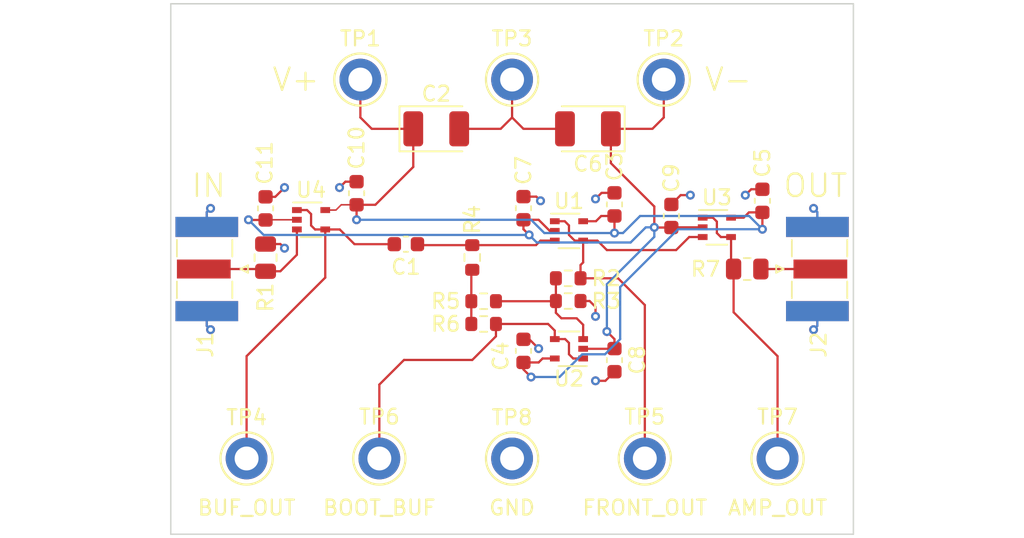
<source format=kicad_pcb>
(kicad_pcb (version 20211014) (generator pcbnew)
  (layers (0 "F.Cu" signal) (1 "In1.Cu" signal) (2 "In2.Cu" signal) (31 "B.Cu" signal) (34 "B.Paste" user) (35 "F.Paste" user) (36 "B.SilkS" user "B.Silkscreen") (37 "F.SilkS" user "F.Silkscreen") (38 "B.Mask" user) (39 "F.Mask" user) (44 "Edge.Cuts" user))
  (net 0 "")
  (net 1 "/BUF_OUT")
  (net 2 "/V+")
  (net 3 "GND")
  (net 4 "/V-")
  (net 5 "/FRONT_IN")
  (net 6 "Net-(J2-Pad1)")
  (net 7 "/FRONT_OUT")
  (net 8 "/BOOT_DIV")
  (net 9 "/BOOT")
  (net 10 "/BOOT_BUF")
  (net 11 "/AMP_OUT")
  (net 12 "Net-(J1-Pad1)")
  (footprint "Resistor_SMD:R_0603_1608Metric" (layer "F.Cu") (at 138.3792 98.666)
    (fp_text reference "R3" (at 2.54 0) (layer "F.SilkS"))
    (fp_text value "1Meg")
    (fp_line (start -0.237258 -0.5225) (end 0.237258 -0.5225) (layer "F.SilkS") (width 0.12))
    (fp_line (start -0.237258 0.5225) (end 0.237258 0.5225) (layer "F.SilkS") (width 0.12))
    (pad "1" smd roundrect (at -0.825 0) (size 0.8 0.95) (layers "F.Cu" "F.Paste" "F.Mask") (net 8 "/BOOT_DIV"))
    (pad "2" smd roundrect (at 0.825 0) (size 0.8 0.95) (layers "F.Cu" "F.Paste" "F.Mask") (net 3 "GND"))
  )
  (footprint "Capacitor_SMD:C_0603_1608Metric" (layer "F.Cu") (at 141.478 92.189 90)
    (fp_text reference "C3" (at 2.54 0 90) (layer "F.SilkS"))
    (fp_text value "100n")
    (fp_line (start -0.14058 0.51) (end 0.14058 0.51) (layer "F.SilkS") (width 0.12))
    (fp_line (start -0.14058 -0.51) (end 0.14058 -0.51) (layer "F.SilkS") (width 0.12))
    (pad "1" smd roundrect (at -0.775 0 90) (size 0.9 0.95) (layers "F.Cu" "F.Paste" "F.Mask") (net 2 "/V+"))
    (pad "2" smd roundrect (at 0.775 0 90) (size 0.9 0.95) (layers "F.Cu" "F.Paste" "F.Mask") (net 3 "GND"))
  )
  (footprint "Capacitor_SMD:C_0603_1608Metric" (layer "F.Cu") (at 124.206 91.44 90)
    (fp_text reference "C10" (at 3.048 0 90) (layer "F.SilkS"))
    (fp_text value "100n")
    (fp_line (start -0.14058 0.51) (end 0.14058 0.51) (layer "F.SilkS") (width 0.12))
    (fp_line (start -0.14058 -0.51) (end 0.14058 -0.51) (layer "F.SilkS") (width 0.12))
    (pad "1" smd roundrect (at -0.775 0 90) (size 0.9 0.95) (layers "F.Cu" "F.Paste" "F.Mask") (net 2 "/V+"))
    (pad "2" smd roundrect (at 0.775 0 90) (size 0.9 0.95) (layers "F.Cu" "F.Paste" "F.Mask") (net 3 "GND"))
  )
  (footprint "Capacitor_Tantalum_SMD:CP_EIA-3528-12_Kemet-T" (layer "F.Cu") (at 129.54 87.122)
    (fp_text reference "C2" (at 0 -2.35) (layer "F.SilkS"))
    (fp_text value "10u")
    (fp_line (start -2.46 -1.51) (end -2.46 1.51) (layer "F.SilkS") (width 0.12))
    (fp_line (start 1.75 -1.51) (end -2.46 -1.51) (layer "F.SilkS") (width 0.12))
    (fp_line (start -2.46 1.51) (end 1.75 1.51) (layer "F.SilkS") (width 0.12))
    (pad "1" smd roundrect (at -1.5375 0) (size 1.325 2.35) (layers "F.Cu" "F.Paste" "F.Mask") (roundrect_rratio 0.188679) (net 2 "/V+"))
    (pad "2" smd roundrect (at 1.5375 0) (size 1.325 2.35) (layers "F.Cu" "F.Paste" "F.Mask") (roundrect_rratio 0.188679) (net 3 "GND"))
  )
  (footprint "Capacitor_SMD:C_0603_1608Metric" (layer "F.Cu") (at 118.11 92.456 90)
    (fp_text reference "C11" (at 3.048 -0.054 90) (layer "F.SilkS"))
    (fp_text value "100n")
    (fp_line (start -0.14058 0.51) (end 0.14058 0.51) (layer "F.SilkS") (width 0.12))
    (fp_line (start -0.14058 -0.51) (end 0.14058 -0.51) (layer "F.SilkS") (width 0.12))
    (pad "1" smd roundrect (at -0.775 0 90) (size 0.9 0.95) (layers "F.Cu" "F.Paste" "F.Mask") (net 4 "/V-"))
    (pad "2" smd roundrect (at 0.775 0 90) (size 0.9 0.95) (layers "F.Cu" "F.Paste" "F.Mask") (net 3 "GND"))
  )
  (footprint "Resistor_SMD:R_0603_1608Metric" (layer "F.Cu") (at 132.715 100.203)
    (fp_text reference "R6" (at -2.54 0) (layer "F.SilkS"))
    (fp_text value "DNI")
    (fp_line (start -0.237258 0.5225) (end 0.237258 0.5225) (layer "F.SilkS") (width 0.12))
    (fp_line (start -0.237258 -0.5225) (end 0.237258 -0.5225) (layer "F.SilkS") (width 0.12))
    (pad "1" smd roundrect (at -0.825 0) (size 0.8 0.95) (layers "F.Cu" "F.Paste" "F.Mask") (net 9 "/BOOT"))
    (pad "2" smd roundrect (at 0.825 0) (size 0.8 0.95) (layers "F.Cu" "F.Paste" "F.Mask") (net 10 "/BOOT_BUF"))
  )
  (footprint "Capacitor_SMD:C_0603_1608Metric" (layer "F.Cu") (at 145.288 92.964 90)
    (fp_text reference "C9" (at 2.54 0 90) (layer "F.SilkS"))
    (fp_text value "100n")
    (fp_line (start -0.14058 -0.51) (end 0.14058 -0.51) (layer "F.SilkS") (width 0.12))
    (fp_line (start -0.14058 0.51) (end 0.14058 0.51) (layer "F.SilkS") (width 0.12))
    (pad "1" smd roundrect (at -0.775 0 90) (size 0.9 0.95) (layers "F.Cu" "F.Paste" "F.Mask") (net 4 "/V-"))
    (pad "2" smd roundrect (at 0.775 0 90) (size 0.9 0.95) (layers "F.Cu" "F.Paste" "F.Mask") (net 3 "GND"))
  )
  (footprint "Capacitor_SMD:C_0603_1608Metric" (layer "F.Cu") (at 135.382 92.443 90)
    (fp_text reference "C7" (at 2.54 0 90) (layer "F.SilkS"))
    (fp_text value "100n")
    (fp_line (start -0.14058 0.51) (end 0.14058 0.51) (layer "F.SilkS") (width 0.12))
    (fp_line (start -0.14058 -0.51) (end 0.14058 -0.51) (layer "F.SilkS") (width 0.12))
    (pad "1" smd roundrect (at -0.775 0 90) (size 0.9 0.95) (layers "F.Cu" "F.Paste" "F.Mask") (net 4 "/V-"))
    (pad "2" smd roundrect (at 0.775 0 90) (size 0.9 0.95) (layers "F.Cu" "F.Paste" "F.Mask") (net 3 "GND"))
  )
  (footprint "Package_TO_SOT_SMD:SOT-353_SC-70-5" (layer "F.Cu") (at 121.158 93.218)
    (fp_text reference "U4" (at 0 -2) (layer "F.SilkS"))
    (fp_text value "OPA810")
    (fp_line (start -0.7 1.16) (end 0.7 1.16) (layer "F.SilkS") (width 0.12))
    (fp_line (start 0.7 -1.16) (end -1.2 -1.16) (layer "F.SilkS") (width 0.12))
    (pad "1" smd rect (at -0.95 -0.65) (size 0.65 0.4) (layers "F.Cu" "F.Paste" "F.Mask") (net 1 "/BUF_OUT"))
    (pad "2" smd rect (at -0.95 0) (size 0.65 0.4) (layers "F.Cu" "F.Paste" "F.Mask") (net 4 "/V-"))
    (pad "3" smd rect (at -0.95 0.65) (size 0.65 0.4) (layers "F.Cu" "F.Paste" "F.Mask") (net 12 "Net-(J1-Pad1)"))
    (pad "4" smd rect (at 0.95 0.65) (size 0.65 0.4) (layers "F.Cu" "F.Paste" "F.Mask") (net 1 "/BUF_OUT"))
    (pad "5" smd rect (at 0.95 -0.65) (size 0.65 0.4) (layers "F.Cu" "F.Paste" "F.Mask") (net 2 "/V+"))
  )
  (footprint "Package_TO_SOT_SMD:SOT-353_SC-70-5" (layer "F.Cu") (at 138.43 101.867 180)
    (fp_text reference "U2" (at 0 -2 180) (layer "F.SilkS"))
    (fp_text value "OPA810")
    (fp_line (start -0.7 1.16) (end 0.7 1.16) (layer "F.SilkS") (width 0.12))
    (fp_line (start 0.7 -1.16) (end -1.2 -1.16) (layer "F.SilkS") (width 0.12))
    (pad "1" smd rect (at -0.95 -0.65 180) (size 0.65 0.4) (layers "F.Cu" "F.Paste" "F.Mask") (net 10 "/BOOT_BUF"))
    (pad "2" smd rect (at -0.95 0 180) (size 0.65 0.4) (layers "F.Cu" "F.Paste" "F.Mask") (net 4 "/V-"))
    (pad "3" smd rect (at -0.95 0.65 180) (size 0.65 0.4) (layers "F.Cu" "F.Paste" "F.Mask") (net 8 "/BOOT_DIV"))
    (pad "4" smd rect (at 0.95 0.65 180) (size 0.65 0.4) (layers "F.Cu" "F.Paste" "F.Mask") (net 10 "/BOOT_BUF"))
    (pad "5" smd rect (at 0.95 -0.65 180) (size 0.65 0.4) (layers "F.Cu" "F.Paste" "F.Mask") (net 2 "/V+"))
  )
  (footprint "TestPoint:TestPoint_Keystone_5005-5009_Compact" (layer "F.Cu") (at 152.4 109.22)
    (fp_text reference "TP7" (at 0 -2.794) (layer "F.SilkS"))
    (fp_text value "?")
    (fp_circle (center 0 0) (end 1.75 0) (layer "F.SilkS") (width 0.15) (fill none))
    (pad "1" thru_hole circle (at 0 0) (size 2.8 2.8) (drill 1.6) (layers *.Cu *.Mask) (net 11 "/AMP_OUT"))
  )
  (footprint "Resistor_SMD:R_0603_1608Metric" (layer "F.Cu") (at 138.3792 97.142 180)
    (fp_text reference "R2" (at -2.54 0) (layer "F.SilkS"))
    (fp_text value "1k")
    (fp_line (start -0.237258 0.5225) (end 0.237258 0.5225) (layer "F.SilkS") (width 0.12))
    (fp_line (start -0.237258 -0.5225) (end 0.237258 -0.5225) (layer "F.SilkS") (width 0.12))
    (pad "1" smd roundrect (at -0.825 0 180) (size 0.8 0.95) (layers "F.Cu" "F.Paste" "F.Mask") (net 7 "/FRONT_OUT"))
    (pad "2" smd roundrect (at 0.825 0 180) (size 0.8 0.95) (layers "F.Cu" "F.Paste" "F.Mask") (net 8 "/BOOT_DIV"))
  )
  (footprint "TestPoint:TestPoint_Keystone_5005-5009_Compact" (layer "F.Cu") (at 124.46 83.82)
    (fp_text reference "TP1" (at 0 -2.75) (layer "F.SilkS"))
    (fp_text value "V+")
    (fp_circle (center 0 0) (end 1.75 0) (layer "F.SilkS") (width 0.15) (fill none))
    (pad "1" thru_hole circle (at 0 0) (size 2.8 2.8) (drill 1.6) (layers *.Cu *.Mask) (net 2 "/V+"))
  )
  (footprint "TestPoint:TestPoint_Keystone_5005-5009_Compact" (layer "F.Cu") (at 125.73 109.22)
    (fp_text reference "TP6" (at 0 -2.794) (layer "F.SilkS"))
    (fp_text value "?")
    (fp_circle (center 0 0) (end 1.75 0) (layer "F.SilkS") (width 0.15) (fill none))
    (pad "1" thru_hole circle (at 0 0) (size 2.8 2.8) (drill 1.6) (layers *.Cu *.Mask) (net 10 "/BOOT_BUF"))
  )
  (footprint "Capacitor_Tantalum_SMD:CP_EIA-3528-12_Kemet-T" (layer "F.Cu") (at 139.7 87.122 180)
    (fp_text reference "C6" (at 0 -2.35 180) (layer "F.SilkS"))
    (fp_text value "10u")
    (fp_line (start -2.46 1.51) (end 1.75 1.51) (layer "F.SilkS") (width 0.12))
    (fp_line (start -2.46 -1.51) (end -2.46 1.51) (layer "F.SilkS") (width 0.12))
    (fp_line (start 1.75 -1.51) (end -2.46 -1.51) (layer "F.SilkS") (width 0.12))
    (pad "1" smd roundrect (at -1.5375 0 180) (size 1.325 2.35) (layers "F.Cu" "F.Paste" "F.Mask") (roundrect_rratio 0.188679) (net 4 "/V-"))
    (pad "2" smd roundrect (at 1.5375 0 180) (size 1.325 2.35) (layers "F.Cu" "F.Paste" "F.Mask") (roundrect_rratio 0.188679) (net 3 "GND"))
  )
  (footprint "Resistor_SMD:R_0603_1608Metric" (layer "F.Cu") (at 132.715 98.679)
    (fp_text reference "R5" (at -2.54 0) (layer "F.SilkS"))
    (fp_text value "DNI")
    (fp_line (start -0.237258 0.5225) (end 0.237258 0.5225) (layer "F.SilkS") (width 0.12))
    (fp_line (start -0.237258 -0.5225) (end 0.237258 -0.5225) (layer "F.SilkS") (width 0.12))
    (pad "1" smd roundrect (at -0.825 0) (size 0.8 0.95) (layers "F.Cu" "F.Paste" "F.Mask") (net 9 "/BOOT"))
    (pad "2" smd roundrect (at 0.825 0) (size 0.8 0.95) (layers "F.Cu" "F.Paste" "F.Mask") (net 8 "/BOOT_DIV"))
  )
  (footprint "Capacitor_SMD:C_0603_1608Metric" (layer "F.Cu") (at 141.478 102.629 -90)
    (fp_text reference "C8" (at -0.013 -1.524 90) (layer "F.SilkS"))
    (fp_text value "100n")
    (fp_line (start -0.14058 -0.51) (end 0.14058 -0.51) (layer "F.SilkS") (width 0.12))
    (fp_line (start -0.14058 0.51) (end 0.14058 0.51) (layer "F.SilkS") (width 0.12))
    (pad "1" smd roundrect (at -0.775 0 270) (size 0.9 0.95) (layers "F.Cu" "F.Paste" "F.Mask") (net 4 "/V-"))
    (pad "2" smd roundrect (at 0.775 0 270) (size 0.9 0.95) (layers "F.Cu" "F.Paste" "F.Mask") (net 3 "GND"))
  )
  (footprint "Resistor_SMD:R_0603_1608Metric" (layer "F.Cu") (at 131.953 95.745 -90)
    (fp_text reference "R4" (at -2.54 0 90) (layer "F.SilkS"))
    (fp_text value "1Meg")
    (fp_line (start -0.237258 -0.5225) (end 0.237258 -0.5225) (layer "F.SilkS") (width 0.12))
    (fp_line (start -0.237258 0.5225) (end 0.237258 0.5225) (layer "F.SilkS") (width 0.12))
    (pad "1" smd roundrect (at -0.825 0 270) (size 0.8 0.95) (layers "F.Cu" "F.Paste" "F.Mask") (net 5 "/FRONT_IN"))
    (pad "2" smd roundrect (at 0.825 0 270) (size 0.8 0.95) (layers "F.Cu" "F.Paste" "F.Mask") (net 9 "/BOOT"))
  )
  (footprint "Resistor_SMD:R_0805_2012Metric" (layer "F.Cu") (at 118.11 95.758 90)
    (fp_text reference "R1" (at -2.667 0 90) (layer "F.SilkS"))
    (fp_text value "50")
    (fp_line (start -0.227064 0.735) (end 0.227064 0.735) (layer "F.SilkS") (width 0.12))
    (fp_line (start -0.227064 -0.735) (end 0.227064 -0.735) (layer "F.SilkS") (width 0.12))
    (pad "1" smd roundrect (at -0.9125 0 90) (size 1.025 1.4) (layers "F.Cu" "F.Paste" "F.Mask") (roundrect_rratio 0.243902) (net 12 "Net-(J1-Pad1)"))
    (pad "2" smd roundrect (at 0.9125 0 90) (size 1.025 1.4) (layers "F.Cu" "F.Paste" "F.Mask") (roundrect_rratio 0.243902) (net 3 "GND"))
  )
  (footprint "Capacitor_SMD:C_0603_1608Metric" (layer "F.Cu") (at 135.382 102.007 90)
    (fp_text reference "C4" (at -0.355 -1.524 90) (layer "F.SilkS"))
    (fp_text value "100n")
    (fp_line (start -0.14058 -0.51) (end 0.14058 -0.51) (layer "F.SilkS") (width 0.12))
    (fp_line (start -0.14058 0.51) (end 0.14058 0.51) (layer "F.SilkS") (width 0.12))
    (pad "1" smd roundrect (at -0.775 0 90) (size 0.9 0.95) (layers "F.Cu" "F.Paste" "F.Mask") (net 2 "/V+"))
    (pad "2" smd roundrect (at 0.775 0 90) (size 0.9 0.95) (layers "F.Cu" "F.Paste" "F.Mask") (net 3 "GND"))
  )
  (footprint "Capacitor_SMD:C_0603_1608Metric" (layer "F.Cu") (at 151.384 91.948 90)
    (fp_text reference "C5" (at 2.54 0 90) (layer "F.SilkS"))
    (fp_text value "100n")
    (fp_line (start -0.14058 -0.51) (end 0.14058 -0.51) (layer "F.SilkS") (width 0.12))
    (fp_line (start -0.14058 0.51) (end 0.14058 0.51) (layer "F.SilkS") (width 0.12))
    (pad "1" smd roundrect (at -0.775 0 90) (size 0.9 0.95) (layers "F.Cu" "F.Paste" "F.Mask") (net 2 "/V+"))
    (pad "2" smd roundrect (at 0.775 0 90) (size 0.9 0.95) (layers "F.Cu" "F.Paste" "F.Mask") (net 3 "GND"))
  )
  (footprint "TestPoint:TestPoint_Keystone_5005-5009_Compact" (layer "F.Cu") (at 134.62 83.82)
    (fp_text reference "TP3" (at 0 -2.75) (layer "F.SilkS"))
    (fp_text value "GND")
    (fp_circle (center 0 0) (end 1.75 0) (layer "F.SilkS") (width 0.15) (fill none))
    (pad "1" thru_hole circle (at 0 0) (size 2.8 2.8) (drill 1.6) (layers *.Cu *.Mask) (net 3 "GND"))
  )
  (footprint "Connector_Coaxial:SMA_Samtec_SMA-J-P-X-ST-EM1_EdgeMount" (layer "F.Cu") (at 155.067 96.52 90)
    (fp_text reference "J2" (at -5.08 0.0905 90) (layer "F.SilkS"))
    (fp_text value "Conn_Coaxial")
    (fp_line (start -0.25 -2.76) (end 0 -2.26) (layer "F.SilkS") (width 0.12))
    (fp_line (start 0.84 2) (end 1.95 2) (layer "F.SilkS") (width 0.12))
    (fp_line (start -1.95 2) (end -0.84 2) (layer "F.SilkS") (width 0.12))
    (fp_line (start -1.95 -1.71) (end -0.84 -1.71) (layer "F.SilkS") (width 0.12))
    (fp_line (start 0 -2.26) (end 0.25 -2.76) (layer "F.SilkS") (width 0.12))
    (fp_line (start 0.84 -1.71) (end 1.95 -1.71) (layer "F.SilkS") (width 0.12))
    (fp_line (start 0.25 -2.76) (end -0.25 -2.76) (layer "F.SilkS") (width 0.12))
    (pad "1" smd rect (at 0 0.2 90) (size 1.27 3.6) (layers "F.Cu" "F.Paste" "F.Mask") (net 6 "Net-(J2-Pad1)"))
    (pad "2" smd rect (at -2.825 0 90) (size 1.35 4.2) (layers "F.Cu" "F.Paste" "F.Mask") (net 3 "GND"))
    (pad "2" smd rect (at 2.825 0 90) (size 1.35 4.2) (layers "F.Cu" "F.Paste" "F.Mask") (net 3 "GND"))
    (pad "2" smd rect (at -2.825 0 90) (size 1.35 4.2) (layers "B.Cu" "B.Paste" "B.Mask") (net 3 "GND"))
    (pad "2" smd rect (at 2.825 0 90) (size 1.35 4.2) (layers "B.Cu" "B.Paste" "B.Mask") (net 3 "GND"))
  )
  (footprint "Connector_Coaxial:SMA_Samtec_SMA-J-P-X-ST-EM1_EdgeMount" (layer "F.Cu") (at 114.173 96.52 -90)
    (fp_text reference "J1" (at 5.08 0.0905 -270) (layer "F.SilkS"))
    (fp_text value "Conn_Coaxial")
    (fp_line (start -1.95 -1.71) (end -0.84 -1.71) (layer "F.SilkS") (width 0.12))
    (fp_line (start 0.84 -1.71) (end 1.95 -1.71) (layer "F.SilkS") (width 0.12))
    (fp_line (start -1.95 2) (end -0.84 2) (layer "F.SilkS") (width 0.12))
    (fp_line (start 0.84 2) (end 1.95 2) (layer "F.SilkS") (width 0.12))
    (fp_line (start -0.25 -2.76) (end 0 -2.26) (layer "F.SilkS") (width 0.12))
    (fp_line (start 0.25 -2.76) (end -0.25 -2.76) (layer "F.SilkS") (width 0.12))
    (fp_line (start 0 -2.26) (end 0.25 -2.76) (layer "F.SilkS") (width 0.12))
    (pad "1" smd rect (at 0 0.2 270) (size 1.27 3.6) (layers "F.Cu" "F.Paste" "F.Mask") (net 12 "Net-(J1-Pad1)"))
    (pad "2" smd rect (at 2.825 0 270) (size 1.35 4.2) (layers "F.Cu" "F.Paste" "F.Mask") (net 3 "GND"))
    (pad "2" smd rect (at -2.825 0 270) (size 1.35 4.2) (layers "B.Cu" "B.Paste" "B.Mask") (net 3 "GND"))
    (pad "2" smd rect (at -2.825 0 270) (size 1.35 4.2) (layers "F.Cu" "F.Paste" "F.Mask") (net 3 "GND"))
    (pad "2" smd rect (at 2.825 0 270) (size 1.35 4.2) (layers "B.Cu" "B.Paste" "B.Mask") (net 3 "GND"))
  )
  (footprint "TestPoint:TestPoint_Keystone_5005-5009_Compact" (layer "F.Cu") (at 144.78 83.82)
    (fp_text reference "TP2" (at 0 -2.75) (layer "F.SilkS"))
    (fp_text value "V-")
    (fp_circle (center 0 0) (end 1.75 0) (layer "F.SilkS") (width 0.15) (fill none))
    (pad "1" thru_hole circle (at 0 0) (size 2.8 2.8) (drill 1.6) (layers *.Cu *.Mask) (net 4 "/V-"))
  )
  (footprint "TestPoint:TestPoint_Keystone_5005-5009_Compact" (layer "F.Cu") (at 116.84 109.22)
    (fp_text reference "TP4" (at 0 -2.75) (layer "F.SilkS"))
    (fp_text value "?")
    (fp_circle (center 0 0) (end 1.75 0) (layer "F.SilkS") (width 0.15) (fill none))
    (pad "1" thru_hole circle (at 0 0) (size 2.8 2.8) (drill 1.6) (layers *.Cu *.Mask) (net 1 "/BUF_OUT"))
  )
  (footprint "TestPoint:TestPoint_Keystone_5005-5009_Compact" (layer "F.Cu") (at 134.62 109.22)
    (fp_text reference "TP8" (at 0 -2.75) (layer "F.SilkS"))
    (fp_text value "GND")
    (fp_circle (center 0 0) (end 1.75 0) (layer "F.SilkS") (width 0.15) (fill none))
    (pad "1" thru_hole circle (at 0 0) (size 2.8 2.8) (drill 1.6) (layers *.Cu *.Mask) (net 3 "GND"))
  )
  (footprint "TestPoint:TestPoint_Keystone_5005-5009_Compact" (layer "F.Cu") (at 143.51 109.22)
    (fp_text reference "TP5" (at 0 -2.794) (layer "F.SilkS"))
    (fp_text value "?")
    (fp_circle (center 0 0) (end 1.75 0) (layer "F.SilkS") (width 0.15) (fill none))
    (pad "1" thru_hole circle (at 0 0) (size 2.8 2.8) (drill 1.6) (layers *.Cu *.Mask) (net 7 "/FRONT_OUT"))
  )
  (footprint "Capacitor_SMD:C_0603_1608Metric" (layer "F.Cu") (at 127.508 94.856 180)
    (fp_text reference "C1" (at 0 -1.524) (layer "F.SilkS"))
    (fp_text value "100p/NP0/1%")
    (fp_line (start -0.14058 0.51) (end 0.14058 0.51) (layer "F.SilkS") (width 0.12))
    (fp_line (start -0.14058 -0.51) (end 0.14058 -0.51) (layer "F.SilkS") (width 0.12))
    (pad "1" smd roundrect (at -0.775 0 180) (size 0.9 0.95) (layers "F.Cu" "F.Paste" "F.Mask") (net 5 "/FRONT_IN"))
    (pad "2" smd roundrect (at 0.775 0 180) (size 0.9 0.95) (layers "F.Cu" "F.Paste" "F.Mask") (net 1 "/BUF_OUT"))
  )
  (footprint "Package_TO_SOT_SMD:SOT-353_SC-70-5" (layer "F.Cu") (at 138.43 93.967)
    (fp_text reference "U1" (at 0 -2) (layer "F.SilkS"))
    (fp_text value "OPA810")
    (fp_line (start -0.7 1.16) (end 0.7 1.16) (layer "F.SilkS") (width 0.12))
    (fp_line (start 0.7 -1.16) (end -1.2 -1.16) (layer "F.SilkS") (width 0.12))
    (pad "1" smd rect (at -0.95 -0.65) (size 0.65 0.4) (layers "F.Cu" "F.Paste" "F.Mask") (net 7 "/FRONT_OUT"))
    (pad "2" smd rect (at -0.95 0) (size 0.65 0.4) (layers "F.Cu" "F.Paste" "F.Mask") (net 4 "/V-"))
    (pad "3" smd rect (at -0.95 0.65) (size 0.65 0.4) (layers "F.Cu" "F.Paste" "F.Mask") (net 5 "/FRONT_IN"))
    (pad "4" smd rect (at 0.95 0.65) (size 0.65 0.4) (layers "F.Cu" "F.Paste" "F.Mask") (net 7 "/FRONT_OUT"))
    (pad "5" smd rect (at 0.95 -0.65) (size 0.65 0.4) (layers "F.Cu" "F.Paste" "F.Mask") (net 2 "/V+"))
  )
  (footprint "Resistor_SMD:R_0805_2012Metric" (layer "F.Cu") (at 150.368 96.52)
    (fp_text reference "R7" (at -2.794 0) (layer "F.SilkS"))
    (fp_text value "50")
    (fp_line (start -0.227064 0.735) (end 0.227064 0.735) (layer "F.SilkS") (width 0.12))
    (fp_line (start -0.227064 -0.735) (end 0.227064 -0.735) (layer "F.SilkS") (width 0.12))
    (pad "1" smd roundrect (at -0.9125 0) (size 1.025 1.4) (layers "F.Cu" "F.Paste" "F.Mask") (roundrect_rratio 0.243902) (net 11 "/AMP_OUT"))
    (pad "2" smd roundrect (at 0.9125 0) (size 1.025 1.4) (layers "F.Cu" "F.Paste" "F.Mask") (roundrect_rratio 0.243902) (net 6 "Net-(J2-Pad1)"))
  )
  (footprint "Package_TO_SOT_SMD:SOT-353_SC-70-5" (layer "F.Cu") (at 148.336 93.726)
    (fp_text reference "U3" (at 0 -2) (layer "F.SilkS"))
    (fp_text value "OPA810")
    (fp_line (start -0.7 1.16) (end 0.7 1.16) (layer "F.SilkS") (width 0.12))
    (fp_line (start 0.7 -1.16) (end -1.2 -1.16) (layer "F.SilkS") (width 0.12))
    (pad "1" smd rect (at -0.95 -0.65) (size 0.65 0.4) (layers "F.Cu" "F.Paste" "F.Mask") (net 11 "/AMP_OUT"))
    (pad "2" smd rect (at -0.95 0) (size 0.65 0.4) (layers "F.Cu" "F.Paste" "F.Mask") (net 4 "/V-"))
    (pad "3" smd rect (at -0.95 0.65) (size 0.65 0.4) (layers "F.Cu" "F.Paste" "F.Mask") (net 7 "/FRONT_OUT"))
    (pad "4" smd rect (at 0.95 0.65) (size 0.65 0.4) (layers "F.Cu" "F.Paste" "F.Mask") (net 11 "/AMP_OUT"))
    (pad "5" smd rect (at 0.95 -0.65) (size 0.65 0.4) (layers "F.Cu" "F.Paste" "F.Mask") (net 2 "/V+"))
  )
  (gr_rect (start 111.76 78.74) (end 157.48 114.3) (layer "Edge.Cuts") (width 0.1) (fill none))
  (gr_text "GND" (at 134.62 112.522) (layer "F.SilkS") (effects (font (size 1 1))))
  (gr_text "BUF_OUT" (at 116.84 112.522) (layer "F.SilkS") (effects (font (size 1 1))))
  (gr_text "V-" (at 149.098 83.82) (layer "F.SilkS") (effects (font (size 1.5 1.5))))
  (gr_text "BOOT_BUF" (at 125.73 112.522) (layer "F.SilkS") (effects (font (size 1 1))))
  (gr_text "OUT" (at 154.94 90.932) (layer "F.SilkS") (effects (font (size 1.5 1.5))))
  (gr_text "FRONT_OUT" (at 143.51 112.522) (layer "F.SilkS") (effects (font (size 1 1))))
  (gr_text "AMP_OUT" (at 152.4 112.522) (layer "F.SilkS") (effects (font (size 1 1))))
  (gr_text "V+" (at 120.142 83.82) (layer "F.SilkS") (effects (font (size 1.5 1.5))))
  (gr_text "IN" (at 114.3 90.932) (layer "F.SilkS") (effects (font (size 1.5 1.5))))
  (segment (start 116.84 102.362) (end 116.84 109.22) (width 0.15) (layer "F.Cu") (net 1))
  (segment (start 121.427 93.868) (end 122.108 93.868) (width 0.15) (layer "F.Cu") (net 1))
  (segment (start 124.066 94.856) (end 123.078 93.868) (width 0.15) (layer "F.Cu") (net 1))
  (segment (start 123.078 93.868) (end 122.108 93.868) (width 0.15) (layer "F.Cu") (net 1))
  (segment (start 120.889 92.568) (end 121.158 92.837) (width 0.15) (layer "F.Cu") (net 1))
  (segment (start 126.733 94.856) (end 124.066 94.856) (width 0.15) (layer "F.Cu") (net 1))
  (segment (start 121.158 93.599) (end 121.427 93.868) (width 0.15) (layer "F.Cu") (net 1))
  (segment (start 122.108 97.094) (end 116.84 102.362) (width 0.15) (layer "F.Cu") (net 1))
  (segment (start 122.108 93.868) (end 122.108 97.094) (width 0.15) (layer "F.Cu") (net 1))
  (segment (start 120.208 92.568) (end 120.889 92.568) (width 0.15) (layer "F.Cu") (net 1))
  (segment (start 121.158 92.837) (end 121.158 93.599) (width 0.15) (layer "F.Cu") (net 1))
  (segment (start 124.46 83.82) (end 124.46 86.36) (width 0.15) (layer "F.Cu") (net 2))
  (segment (start 149.286 93.076) (end 150.129 93.076) (width 0.15) (layer "F.Cu") (net 2))
  (segment (start 123.177 92.215) (end 122.824 92.568) (width 0.1) (layer "F.Cu") (net 2))
  (segment (start 124.46 86.36) (end 125.222 87.122) (width 0.15) (layer "F.Cu") (net 2))
  (segment (start 140.236 93.317) (end 140.589 92.964) (width 0.15) (layer "F.Cu") (net 2))
  (segment (start 125.463 92.215) (end 124.206 92.215) (width 0.15) (layer "F.Cu") (net 2))
  (segment (start 151.384 92.723) (end 151.384 93.853) (width 0.15) (layer "F.Cu") (net 2))
  (segment (start 135.382 103.251) (end 135.382 102.782) (width 0.15) (layer "F.Cu") (net 2))
  (segment (start 125.222 87.122) (end 128.0025 87.122) (width 0.15) (layer "F.Cu") (net 2))
  (segment (start 136.398 102.782) (end 136.663 102.517) (width 0.15) (layer "F.Cu") (net 2))
  (segment (start 124.206 92.215) (end 124.206 93.218) (width 0.15) (layer "F.Cu") (net 2))
  (segment (start 122.824 92.568) (end 122.108 92.568) (width 0.1) (layer "F.Cu") (net 2))
  (segment (start 128.0025 87.122) (end 128.0025 89.6755) (width 0.15) (layer "F.Cu") (net 2))
  (segment (start 140.589 92.964) (end 141.478 92.964) (width 0.15) (layer "F.Cu") (net 2))
  (segment (start 136.663 102.517) (end 137.48 102.517) (width 0.15) (layer "F.Cu") (net 2))
  (segment (start 141.478 92.964) (end 141.478 94.107) (width 0.15) (layer "F.Cu") (net 2))
  (segment (start 150.129 93.076) (end 150.482 92.723) (width 0.15) (layer "F.Cu") (net 2))
  (segment (start 139.38 93.317) (end 140.236 93.317) (width 0.15) (layer "F.Cu") (net 2))
  (segment (start 124.206 92.215) (end 123.177 92.215) (width 0.1) (layer "F.Cu") (net 2))
  (segment (start 136.398 102.782) (end 135.382 102.782) (width 0.15) (layer "F.Cu") (net 2))
  (segment (start 128.0025 89.6755) (end 125.463 92.215) (width 0.15) (layer "F.Cu") (net 2))
  (segment (start 150.482 92.723) (end 151.384 92.723) (width 0.15) (layer "F.Cu") (net 2))
  (segment (start 135.382 103.251) (end 135.89 103.759) (width 0.15) (layer "F.Cu") (net 2))
  (via (at 151.384 93.853) (size 0.6) (drill 0.3) (layers "F.Cu" "B.Cu") (net 2))
  (via (at 124.206 93.218) (size 0.6) (drill 0.3) (layers "F.Cu" "B.Cu") (net 2))
  (via (at 141.478 94.107) (size 0.6) (drill 0.3) (layers "F.Cu" "B.Cu") (net 2))
  (via (at 135.89 103.759) (size 0.6) (drill 0.3) (layers "F.Cu" "B.Cu") (net 2))
  (segment (start 141.859 97.7265) (end 145.7325 93.853) (width 0.15) (layer "B.Cu") (net 2))
  (segment (start 140.843 102.235) (end 141.859 101.219) (width 0.15) (layer "B.Cu") (net 2))
  (segment (start 143.1925 92.964) (end 150.495 92.964) (width 0.15) (layer "B.Cu") (net 2))
  (segment (start 141.478 94.107) (end 142.0495 94.107) (width 0.15) (layer "B.Cu") (net 2))
  (segment (start 139.319 102.235) (end 140.843 102.235) (width 0.15) (layer "B.Cu") (net 2))
  (segment (start 141.478 94.107) (end 136.779 94.107) (width 0.15) (layer "B.Cu") (net 2))
  (segment (start 135.89 103.759) (end 137.795 103.759) (width 0.15) (layer "B.Cu") (net 2))
  (segment (start 136.779 94.107) (end 135.89 93.218) (width 0.15) (layer "B.Cu") (net 2))
  (segment (start 145.7325 93.853) (end 151.384 93.853) (width 0.15) (layer "B.Cu") (net 2))
  (segment (start 142.0495 94.107) (end 143.1925 92.964) (width 0.15) (layer "B.Cu") (net 2))
  (segment (start 150.495 92.964) (end 151.384 93.853) (width 0.15) (layer "B.Cu") (net 2))
  (segment (start 137.795 103.759) (end 139.319 102.235) (width 0.15) (layer "B.Cu") (net 2))
  (segment (start 135.89 93.218) (end 124.206 93.218) (width 0.15) (layer "B.Cu") (net 2))
  (segment (start 141.859 101.219) (end 141.859 97.7265) (width 0.15) (layer "B.Cu") (net 2))
  (segment (start 141.478 103.404) (end 140.869 104.013) (width 0.15) (layer "F.Cu") (net 3))
  (segment (start 114.173 100.33) (end 114.427 100.584) (width 0.15) (layer "F.Cu") (net 3))
  (segment (start 150.635 91.173) (end 150.241 91.567) (width 0.15) (layer "F.Cu") (net 3))
  (segment (start 118.11 94.8455) (end 119.1025 94.8455) (width 0.15) (layer "F.Cu") (net 3))
  (segment (start 114.173 93.695) (end 114.173 92.71) (width 0.15) (layer "F.Cu") (net 3))
  (segment (start 155.067 100.33) (end 154.813 100.584) (width 0.15) (layer "F.Cu") (net 3))
  (segment (start 140.208 99.695) (end 140.208 99.06) (width 0.15) (layer "F.Cu") (net 3))
  (segment (start 141.478 91.414) (end 140.615 91.414) (width 0.15) (layer "F.Cu") (net 3))
  (segment (start 114.173 99.345) (end 114.173 100.33) (width 0.15) (layer "F.Cu") (net 3))
  (segment (start 135.382 87.122) (end 138.1625 87.122) (width 0.15) (layer "F.Cu") (net 3))
  (segment (start 131.0775 87.122) (end 133.858 87.122) (width 0.15) (layer "F.Cu") (net 3))
  (segment (start 155.067 93.695) (end 155.067 92.71) (width 0.15) (layer "F.Cu") (net 3))
  (segment (start 151.384 91.173) (end 150.635 91.173) (width 0.15) (layer "F.Cu") (net 3))
  (segment (start 135.382 91.668) (end 136.245 91.668) (width 0.15) (layer "F.Cu") (net 3))
  (segment (start 135.382 101.232) (end 135.776 101.232) (width 0.15) (layer "F.Cu") (net 3))
  (segment (start 118.11 91.681) (end 118.758 91.681) (width 0.15) (layer "F.Cu") (net 3))
  (segment (start 119.1025 94.8455) (end 119.38 95.123) (width 0.15) (layer "F.Cu") (net 3))
  (segment (start 114.173 92.71) (end 114.427 92.456) (width 0.15) (layer "F.Cu") (net 3))
  (segment (start 134.62 86.36) (end 134.62 83.82) (width 0.15) (layer "F.Cu") (net 3))
  (segment (start 140.615 91.414) (end 140.208 91.821) (width 0.15) (layer "F.Cu") (net 3))
  (segment (start 118.758 91.681) (end 119.38 91.059) (width 0.15) (layer "F.Cu") (net 3))
  (segment (start 123.063 91.059) (end 123.457 90.665) (width 0.15) (layer "F.Cu") (net 3))
  (segment (start 134.62 86.36) (end 135.382 87.122) (width 0.15) (layer "F.Cu") (net 3))
  (segment (start 155.067 92.71) (end 154.813 92.456) (width 0.15) (layer "F.Cu") (net 3))
  (segment (start 145.288 92.189) (end 145.91 91.567) (width 0.15) (layer "F.Cu") (net 3))
  (segment (start 133.858 87.122) (end 134.62 86.36) (width 0.15) (layer "F.Cu") (net 3))
  (segment (start 140.208 99.06) (end 139.814 98.666) (width 0.15) (layer "F.Cu") (net 3))
  (segment (start 136.245 91.668) (end 136.525 91.948) (width 0.15) (layer "F.Cu") (net 3))
  (segment (start 145.91 91.567) (end 146.558 91.567) (width 0.15) (layer "F.Cu") (net 3))
  (segment (start 155.067 99.345) (end 155.067 100.33) (width 0.15) (layer "F.Cu") (net 3))
  (segment (start 140.869 104.013) (end 140.208 104.013) (width 0.15) (layer "F.Cu") (net 3))
  (segment (start 135.776 101.232) (end 136.398 101.854) (width 0.15) (layer "F.Cu") (net 3))
  (segment (start 123.457 90.665) (end 124.206 90.665) (width 0.15) (layer "F.Cu") (net 3))
  (segment (start 139.814 98.666) (end 139.2042 98.666) (width 0.15) (layer "F.Cu") (net 3))
  (via (at 154.813 100.584) (size 0.6) (drill 0.3) (layers "F.Cu" "B.Cu") (net 3))
  (via (at 136.398 101.854) (size 0.6) (drill 0.3) (layers "F.Cu" "B.Cu") (net 3))
  (via (at 119.38 95.123) (size 0.6) (drill 0.3) (layers "F.Cu" "B.Cu") (net 3))
  (via (at 140.208 99.695) (size 0.6) (drill 0.3) (layers "F.Cu" "B.Cu") (net 3))
  (via (at 123.063 91.059) (size 0.6) (drill 0.3) (layers "F.Cu" "B.Cu") (net 3))
  (via (at 154.813 92.456) (size 0.6) (drill 0.3) (layers "F.Cu" "B.Cu") (net 3))
  (via (at 140.208 104.013) (size 0.6) (drill 0.3) (layers "F.Cu" "B.Cu") (net 3))
  (via (at 146.558 91.567) (size 0.6) (drill 0.3) (layers "F.Cu" "B.Cu") (net 3))
  (via (at 140.208 91.821) (size 0.6) (drill 0.3) (layers "F.Cu" "B.Cu") (net 3))
  (via (at 114.427 92.456) (size 0.6) (drill 0.3) (layers "F.Cu" "B.Cu") (net 3))
  (via (at 150.241 91.567) (size 0.6) (drill 0.3) (layers "F.Cu" "B.Cu") (net 3))
  (via (at 119.38 91.059) (size 0.6) (drill 0.3) (layers "F.Cu" "B.Cu") (net 3))
  (via (at 136.525 91.948) (size 0.6) (drill 0.3) (layers "F.Cu" "B.Cu") (net 3))
  (via (at 114.427 100.584) (size 0.6) (drill 0.3) (layers "F.Cu" "B.Cu") (net 3))
  (segment (start 114.173 92.71) (end 114.427 92.456) (width 0.15) (layer "B.Cu") (net 3))
  (segment (start 114.173 100.33) (end 114.427 100.584) (width 0.15) (layer "B.Cu") (net 3))
  (segment (start 155.067 100.33) (end 154.813 100.584) (width 0.15) (layer "B.Cu") (net 3))
  (segment (start 155.067 92.71) (end 154.813 92.456) (width 0.15) (layer "B.Cu") (net 3))
  (segment (start 155.067 93.695) (end 155.067 92.71) (width 0.15) (layer "B.Cu") (net 3))
  (segment (start 155.067 99.345) (end 155.067 100.33) (width 0.15) (layer "B.Cu") (net 3))
  (segment (start 114.173 93.695) (end 114.173 92.71) (width 0.15) (layer "B.Cu") (net 3))
  (segment (start 114.173 99.345) (end 114.173 100.33) (width 0.15) (layer "B.Cu") (net 3))
  (segment (start 144.78 86.36) (end 144.018 87.122) (width 0.15) (layer "F.Cu") (net 4))
  (segment (start 136.398 93.218) (end 135.382 93.218) (width 0.15) (layer "F.Cu") (net 4))
  (segment (start 141.478 101.854) (end 141.478 101.219) (width 0.15) (layer "F.Cu") (net 4))
  (segment (start 141.2375 87.122) (end 141.2375 89.4215) (width 0.15) (layer "F.Cu") (net 4))
  (segment (start 141.465 101.867) (end 141.478 101.854) (width 0.15) (layer "F.Cu") (net 4))
  (segment (start 145.288 93.739) (end 144.158 93.739) (width 0.15) (layer "F.Cu") (net 4))
  (segment (start 137.48 93.967) (end 137.147 93.967) (width 0.15) (layer "F.Cu") (net 4))
  (segment (start 116.98 93.231) (end 116.967 93.218) (width 0.15) (layer "F.Cu") (net 4))
  (segment (start 137.147 93.967) (end 136.398 93.218) (width 0.15) (layer "F.Cu") (net 4))
  (segment (start 118.123 93.218) (end 118.11 93.231) (width 0.15) (layer "F.Cu") (net 4))
  (segment (start 144.78 83.82) (end 144.78 86.36) (width 0.15) (layer "F.Cu") (net 4))
  (segment (start 135.382 93.853) (end 135.382 93.218) (width 0.15) (layer "F.Cu") (net 4))
  (segment (start 118.11 93.231) (end 116.98 93.231) (width 0.15) (layer "F.Cu") (net 4))
  (segment (start 145.301 93.726) (end 145.288 93.739) (width 0.15) (layer "F.Cu") (net 4))
  (segment (start 141.2375 89.4215) (end 144.145 92.329) (width 0.15) (layer "F.Cu") (net 4))
  (segment (start 144.145 92.329) (end 144.145 93.726) (width 0.15) (layer "F.Cu") (net 4))
  (segment (start 144.158 93.739) (end 144.145 93.726) (width 0.15) (layer "F.Cu") (net 4))
  (segment (start 118.123 93.218) (end 120.208 93.218) (width 0.1) (layer "F.Cu") (net 4))
  (segment (start 144.018 87.122) (end 141.2375 87.122) (width 0.15) (layer "F.Cu") (net 4))
  (segment (start 135.763 94.234) (end 135.382 93.853) (width 0.15) (layer "F.Cu") (net 4))
  (segment (start 141.478 101.219) (end 140.97 100.711) (width 0.15) (layer "F.Cu") (net 4))
  (segment (start 139.38 101.867) (end 141.465 101.867) (width 0.15) (layer "F.Cu") (net 4))
  (segment (start 145.301 93.726) (end 147.386 93.726) (width 0.15) (layer "F.Cu") (net 4))
  (via (at 144.145 93.726) (size 0.6) (drill 0.3) (layers "F.Cu" "B.Cu") (net 4))
  (via (at 140.97 100.711) (size 0.6) (drill 0.3) (layers "F.Cu" "B.Cu") (net 4))
  (via (at 116.967 93.218) (size 0.6) (drill 0.3) (layers "F.Cu" "B.Cu") (net 4))
  (via (at 135.763 94.234) (size 0.6) (drill 0.3) (layers "F.Cu" "B.Cu") (net 4))
  (segment (start 144.145 93.726) (end 143.5735 93.726) (width 0.15) (layer "B.Cu") (net 4))
  (segment (start 136.271 94.742) (end 135.763 94.234) (width 0.15) (layer "B.Cu") (net 4))
  (segment (start 144.145 93.726) (end 144.145 94.361) (width 0.15) (layer "B.Cu") (net 4))
  (segment (start 135.763 94.234) (end 117.983 94.234) (width 0.15) (layer "B.Cu") (net 4))
  (segment (start 142.5575 94.742) (end 136.271 94.742) (width 0.15) (layer "B.Cu") (net 4))
  (segment (start 117.983 94.234) (end 116.967 93.218) (width 0.15) (layer "B.Cu") (net 4))
  (segment (start 143.5735 93.726) (end 142.5575 94.742) (width 0.15) (layer "B.Cu") (net 4))
  (segment (start 144.145 94.361) (end 140.97 97.536) (width 0.15) (layer "B.Cu") (net 4))
  (segment (start 140.97 97.536) (end 140.97 100.711) (width 0.15) (layer "B.Cu") (net 4))
  (segment (start 136.523 94.617) (end 137.48 94.617) (width 0.15) (layer "F.Cu") (net 5))
  (segment (start 136.22 94.92) (end 136.523 94.617) (width 0.15) (layer "F.Cu") (net 5))
  (segment (start 128.283 94.856) (end 128.347 94.92) (width 0.15) (layer "F.Cu") (net 5))
  (segment (start 128.347 94.92) (end 131.953 94.92) (width 0.15) (layer "F.Cu") (net 5))
  (segment (start 131.953 94.92) (end 136.22 94.92) (width 0.15) (layer "F.Cu") (net 5))
  (segment (start 151.2805 96.52) (end 155.267 96.52) (width 0.15) (layer "F.Cu") (net 6))
  (segment (start 140.337 94.617) (end 140.97 95.25) (width 0.15) (layer "F.Cu") (net 7))
  (segment (start 145.6055 95.25) (end 146.4795 94.376) (width 0.15) (layer "F.Cu") (net 7))
  (segment (start 138.813 94.617) (end 139.38 94.617) (width 0.15) (layer "F.Cu") (net 7))
  (segment (start 141.719 97.142) (end 143.51 98.933) (width 0.15) (layer "F.Cu") (net 7))
  (segment (start 139.2042 97.142) (end 141.719 97.142) (width 0.15) (layer "F.Cu") (net 7))
  (segment (start 139.2042 96.2538) (end 139.38 96.078) (width 0.15) (layer "F.Cu") (net 7))
  (segment (start 143.51 98.933) (end 143.51 109.22) (width 0.15) (layer "F.Cu") (net 7))
  (segment (start 146.4795 94.376) (end 147.386 94.376) (width 0.15) (layer "F.Cu") (net 7))
  (segment (start 139.38 96.078) (end 139.38 94.617) (width 0.15) (layer "F.Cu") (net 7))
  (segment (start 140.97 95.25) (end 145.6055 95.25) (width 0.15) (layer "F.Cu") (net 7))
  (segment (start 138.43 94.234) (end 138.813 94.617) (width 0.15) (layer "F.Cu") (net 7))
  (segment (start 138.43 93.599) (end 138.43 94.234) (width 0.15) (layer "F.Cu") (net 7))
  (segment (start 137.48 93.317) (end 138.148 93.317) (width 0.15) (layer "F.Cu") (net 7))
  (segment (start 139.38 94.617) (end 140.337 94.617) (width 0.15) (layer "F.Cu") (net 7))
  (segment (start 139.2042 97.142) (end 139.2042 96.2538) (width 0.15) (layer "F.Cu") (net 7))
  (segment (start 138.148 93.317) (end 138.43 93.599) (width 0.15) (layer "F.Cu") (net 7))
  (segment (start 138.9435 99.822) (end 139.38 100.2585) (width 0.15) (layer "F.Cu") (net 8))
  (segment (start 137.5542 99.4542) (end 137.922 99.822) (width 0.15) (layer "F.Cu") (net 8))
  (segment (start 137.922 99.822) (end 138.9435 99.822) (width 0.15) (layer "F.Cu") (net 8))
  (segment (start 137.5412 98.679) (end 137.5542 98.666) (width 0.15) (layer "F.Cu") (net 8))
  (segment (start 137.5542 98.666) (end 137.5542 99.4542) (width 0.15) (layer "F.Cu") (net 8))
  (segment (start 139.38 100.2585) (end 139.38 101.217) (width 0.15) (layer "F.Cu") (net 8))
  (segment (start 133.54 98.679) (end 137.5412 98.679) (width 0.15) (layer "F.Cu") (net 8))
  (segment (start 137.5542 97.142) (end 137.5542 98.666) (width 0.15) (layer "F.Cu") (net 8))
  (segment (start 131.89 96.633) (end 131.953 96.57) (width 0.15) (layer "F.Cu") (net 9))
  (segment (start 131.89 98.679) (end 131.89 96.633) (width 0.15) (layer "F.Cu") (net 9))
  (segment (start 131.89 100.203) (end 131.89 98.679) (width 0.15) (layer "F.Cu") (net 9))
  (segment (start 133.54 100.203) (end 133.54 101.029) (width 0.15) (layer "F.Cu") (net 10))
  (segment (start 125.73 104.267) (end 125.73 109.22) (width 0.15) (layer "F.Cu") (net 10))
  (segment (start 137.48 101.217) (end 138.174 101.217) (width 0.15) (layer "F.Cu") (net 10))
  (segment (start 133.54 100.203) (end 137.033 100.203) (width 0.15) (layer "F.Cu") (net 10))
  (segment (start 138.174 101.217) (end 138.43 101.473) (width 0.15) (layer "F.Cu") (net 10))
  (segment (start 138.712 102.517) (end 139.38 102.517) (width 0.15) (layer "F.Cu") (net 10))
  (segment (start 131.953 102.616) (end 127.381 102.616) (width 0.15) (layer "F.Cu") (net 10))
  (segment (start 127.381 102.616) (end 125.73 104.267) (width 0.15) (layer "F.Cu") (net 10))
  (segment (start 138.43 101.473) (end 138.43 102.235) (width 0.15) (layer "F.Cu") (net 10))
  (segment (start 137.48 100.65) (end 137.48 101.217) (width 0.15) (layer "F.Cu") (net 10))
  (segment (start 137.033 100.203) (end 137.48 100.65) (width 0.15) (layer "F.Cu") (net 10))
  (segment (start 133.54 101.029) (end 131.953 102.616) (width 0.15) (layer "F.Cu") (net 10))
  (segment (start 138.43 102.235) (end 138.712 102.517) (width 0.15) (layer "F.Cu") (net 10))
  (segment (start 149.4555 96.52) (end 149.286 96.3505) (width 0.15) (layer "F.Cu") (net 11))
  (segment (start 152.4 109.22) (end 152.4 102.362) (width 0.15) (layer "F.Cu") (net 11))
  (segment (start 149.4555 99.4175) (end 149.4555 96.52) (width 0.15) (layer "F.Cu") (net 11))
  (segment (start 148.336 94.107) (end 148.605 94.376) (width 0.15) (layer "F.Cu") (net 11))
  (segment (start 152.4 102.362) (end 149.4555 99.4175) (width 0.15) (layer "F.Cu") (net 11))
  (segment (start 149.286 96.3505) (end 149.286 94.376) (width 0.15) (layer "F.Cu") (net 11))
  (segment (start 148.605 94.376) (end 149.286 94.376) (width 0.15) (layer "F.Cu") (net 11))
  (segment (start 148.067 93.076) (end 148.336 93.345) (width 0.15) (layer "F.Cu") (net 11))
  (segment (start 148.336 93.345) (end 148.336 94.107) (width 0.15) (layer "F.Cu") (net 11))
  (segment (start 147.386 93.076) (end 148.067 93.076) (width 0.15) (layer "F.Cu") (net 11))
  (segment (start 117.9595 96.52) (end 118.11 96.6705) (width 0.15) (layer "F.Cu") (net 12))
  (segment (start 120.208 93.868) (end 120.208 95.565) (width 0.15) (layer "F.Cu") (net 12))
  (segment (start 120.208 95.565) (end 119.1025 96.6705) (width 0.15) (layer "F.Cu") (net 12))
  (segment (start 113.973 96.52) (end 117.9595 96.52) (width 0.15) (layer "F.Cu") (net 12))
  (segment (start 119.1025 96.6705) (end 118.11 96.6705) (width 0.15) (layer "F.Cu") (net 12))
)
</source>
